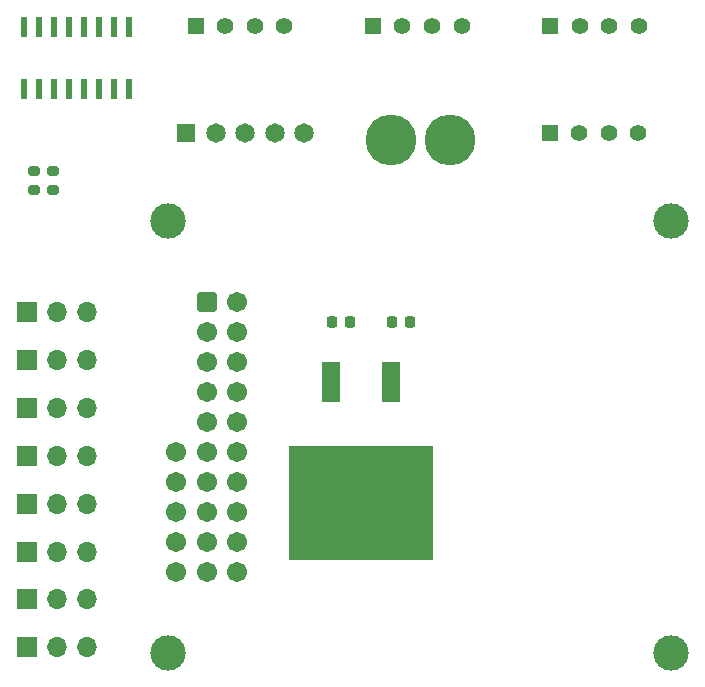
<source format=gbs>
%TF.GenerationSoftware,KiCad,Pcbnew,7.0.7*%
%TF.CreationDate,2023-11-07T21:10:22-05:00*%
%TF.ProjectId,attachmentBoard,61747461-6368-46d6-956e-74426f617264,rev?*%
%TF.SameCoordinates,Original*%
%TF.FileFunction,Soldermask,Bot*%
%TF.FilePolarity,Negative*%
%FSLAX46Y46*%
G04 Gerber Fmt 4.6, Leading zero omitted, Abs format (unit mm)*
G04 Created by KiCad (PCBNEW 7.0.7) date 2023-11-07 21:10:22*
%MOMM*%
%LPD*%
G01*
G04 APERTURE LIST*
G04 Aperture macros list*
%AMRoundRect*
0 Rectangle with rounded corners*
0 $1 Rounding radius*
0 $2 $3 $4 $5 $6 $7 $8 $9 X,Y pos of 4 corners*
0 Add a 4 corners polygon primitive as box body*
4,1,4,$2,$3,$4,$5,$6,$7,$8,$9,$2,$3,0*
0 Add four circle primitives for the rounded corners*
1,1,$1+$1,$2,$3*
1,1,$1+$1,$4,$5*
1,1,$1+$1,$6,$7*
1,1,$1+$1,$8,$9*
0 Add four rect primitives between the rounded corners*
20,1,$1+$1,$2,$3,$4,$5,0*
20,1,$1+$1,$4,$5,$6,$7,0*
20,1,$1+$1,$6,$7,$8,$9,0*
20,1,$1+$1,$8,$9,$2,$3,0*%
G04 Aperture macros list end*
%ADD10C,3.000000*%
%ADD11RoundRect,0.326336X0.528664X-0.528664X0.528664X0.528664X-0.528664X0.528664X-0.528664X-0.528664X0*%
%ADD12C,1.710000*%
%ADD13R,1.700000X1.700000*%
%ADD14O,1.700000X1.700000*%
%ADD15RoundRect,0.200000X0.275000X-0.200000X0.275000X0.200000X-0.275000X0.200000X-0.275000X-0.200000X0*%
%ADD16R,1.400000X1.400000*%
%ADD17C,1.400000*%
%ADD18C,4.300000*%
%ADD19R,1.600000X3.500000*%
%ADD20R,12.200000X9.750000*%
%ADD21RoundRect,0.225000X-0.225000X-0.250000X0.225000X-0.250000X0.225000X0.250000X-0.225000X0.250000X0*%
%ADD22R,0.558800X1.701800*%
%ADD23R,1.650000X1.650000*%
%ADD24C,1.650000*%
G04 APERTURE END LIST*
D10*
%TO.C,*%
X149580000Y-55990000D03*
%TD*%
D11*
%TO.C,U2*%
X152910000Y-62850000D03*
D12*
X155450000Y-62850000D03*
X152910000Y-65390000D03*
X155450000Y-65390000D03*
X152910000Y-67930000D03*
X155450000Y-67930000D03*
X152910000Y-70470000D03*
X155450000Y-70470000D03*
X152910000Y-73010000D03*
X155450000Y-73010000D03*
X152910000Y-75550000D03*
X155450000Y-75550000D03*
X152910000Y-78090000D03*
X155450000Y-78090000D03*
X152910000Y-80630000D03*
X155450000Y-80630000D03*
X152910000Y-83170000D03*
X155450000Y-83170000D03*
X152910000Y-85710000D03*
X155450000Y-85710000D03*
X150270000Y-75550000D03*
X150270000Y-78090000D03*
X150270000Y-80630000D03*
X150270000Y-83170000D03*
X150270000Y-85710000D03*
%TD*%
D10*
%TO.C,*%
X192160000Y-55971600D03*
%TD*%
%TO.C,*%
X192150000Y-92520000D03*
%TD*%
%TO.C,*%
X149610000Y-92500000D03*
%TD*%
D13*
%TO.C,J13*%
X137625000Y-83945000D03*
D14*
X140165000Y-83945000D03*
X142705000Y-83945000D03*
%TD*%
D15*
%TO.C,R5*%
X139825000Y-53330000D03*
X139825000Y-51680000D03*
%TD*%
D16*
%TO.C,J1*%
X151930000Y-39470000D03*
D17*
X154430000Y-39470000D03*
X156930000Y-39470000D03*
X159430000Y-39470000D03*
%TD*%
D13*
%TO.C,J17*%
X137625000Y-67745000D03*
D14*
X140165000Y-67745000D03*
X142705000Y-67745000D03*
%TD*%
D13*
%TO.C,J14*%
X137625000Y-79895000D03*
D14*
X140165000Y-79895000D03*
X142705000Y-79895000D03*
%TD*%
D18*
%TO.C,J5*%
X168490000Y-49080000D03*
X173490000Y-49080000D03*
%TD*%
D16*
%TO.C,J4*%
X181880000Y-48480000D03*
D17*
X184380000Y-48480000D03*
X186880000Y-48480000D03*
X189380000Y-48480000D03*
%TD*%
D19*
%TO.C,IC1*%
X163410000Y-69580000D03*
D20*
X165950000Y-79856000D03*
D19*
X168490000Y-69580000D03*
%TD*%
D13*
%TO.C,J16*%
X137625000Y-71795000D03*
D14*
X140165000Y-71795000D03*
X142705000Y-71795000D03*
%TD*%
D21*
%TO.C,C2*%
X163440000Y-64505000D03*
X164990000Y-64505000D03*
%TD*%
D15*
%TO.C,R4*%
X138235000Y-53330000D03*
X138235000Y-51680000D03*
%TD*%
D13*
%TO.C,J11*%
X137625000Y-92045000D03*
D14*
X140165000Y-92045000D03*
X142705000Y-92045000D03*
%TD*%
D13*
%TO.C,J15*%
X137625000Y-75845000D03*
D14*
X140165000Y-75845000D03*
X142705000Y-75845000D03*
%TD*%
D13*
%TO.C,J12*%
X137625000Y-87995000D03*
D14*
X140165000Y-87995000D03*
X142705000Y-87995000D03*
%TD*%
D22*
%TO.C,SW1*%
X137376100Y-39495100D03*
X138646100Y-39495100D03*
X139916100Y-39495100D03*
X141186100Y-39495100D03*
X142456100Y-39495100D03*
X143726100Y-39495100D03*
X144996100Y-39495100D03*
X146266100Y-39495100D03*
X146266100Y-44803700D03*
X144996100Y-44803700D03*
X143726100Y-44803700D03*
X142456100Y-44803700D03*
X141186100Y-44803700D03*
X139916100Y-44803700D03*
X138646100Y-44803700D03*
X137376100Y-44803700D03*
%TD*%
D16*
%TO.C,J3*%
X181930000Y-39470000D03*
D17*
X184430000Y-39470000D03*
X186930000Y-39470000D03*
X189430000Y-39470000D03*
%TD*%
D13*
%TO.C,J18*%
X137625000Y-63695000D03*
D14*
X140165000Y-63695000D03*
X142705000Y-63695000D03*
%TD*%
D23*
%TO.C,J6*%
X151115000Y-48480000D03*
D24*
X153615000Y-48480000D03*
X156115000Y-48480000D03*
X158615000Y-48480000D03*
X161115000Y-48480000D03*
%TD*%
D21*
%TO.C,C3*%
X168510000Y-64485000D03*
X170060000Y-64485000D03*
%TD*%
D16*
%TO.C,J2*%
X166930000Y-39470000D03*
D17*
X169430000Y-39470000D03*
X171930000Y-39470000D03*
X174430000Y-39470000D03*
%TD*%
M02*

</source>
